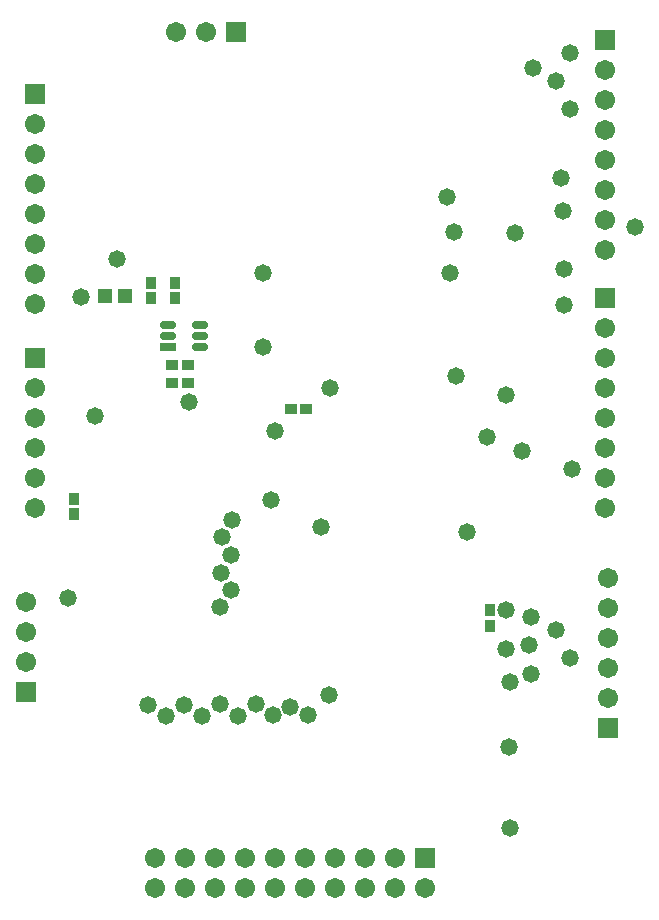
<source format=gbs>
G04 CAM350/DFMSTREAM V11.0 (Build 715) Date:  Thu Jan 31 17:36:41 2019 *
G04 Database: (Untitled) *
G04 Layer 6: pcb1-1 *
%FSTAX43Y43*%
%MOMM*%
%SFA1.000B1.000*%

%MIA0B0*%
%IPPOS*%
%ADD70O,1.40300X0.75300*%
%ADD51R,0.90300X1.10300*%
%ADD53R,1.30300X1.20300*%
%ADD56R,1.10300X0.90300*%
%ADD66R,1.70300X1.70300*%
%ADD67C,1.70300*%
%ADD68C,1.47300*%
%ADD69R,1.40300X0.75300*%
%LNpcb1-1*%
%LPD*%
G54D51*
X0140614Y0141862D03*
Y0140562D03*
X0132079Y0123585D03*
Y0122285D03*
X0138582Y0140562D03*
Y0141862D03*
X0167299Y0112813D03*
Y0114113D03*
G54D53*
X0134684Y0140704D03*
X0136384D03*
G54D56*
X015047Y0131198D03*
X015177D03*
X014173Y0134883D03*
X014043D03*
X014173Y0133359D03*
X014043D03*
G54D66*
X0177043Y0140579D03*
Y0162423D03*
X0128783Y0135499D03*
Y0157851D03*
X0177291Y0104139D03*
X0128015Y0107187D03*
X0145795Y0163067D03*
X0161812Y0093145D03*
G54D67*
X0177043Y0138039D03*
Y0135499D03*
Y0132959D03*
Y0130419D03*
Y0127879D03*
Y0125339D03*
Y0122799D03*
Y0159883D03*
Y0157343D03*
Y0154803D03*
Y0152263D03*
Y0149723D03*
Y0147183D03*
Y0144643D03*
X0128783Y0132959D03*
Y0130419D03*
Y0127879D03*
Y0125339D03*
Y0122799D03*
Y0155311D03*
Y0152771D03*
Y0150231D03*
Y0147691D03*
Y0145151D03*
Y0142611D03*
Y0140071D03*
X0128015Y0109727D03*
Y0112267D03*
Y0114807D03*
X0177291Y0116839D03*
Y0114299D03*
Y0111759D03*
Y0109219D03*
Y0106679D03*
X0140715Y0163067D03*
X0143255D03*
X0161812Y0090605D03*
X0159272Y0093145D03*
Y0090605D03*
X0156732Y0093145D03*
Y0090605D03*
X0154192Y0093145D03*
Y0090605D03*
X0151652Y0093145D03*
Y0090605D03*
X0149112Y0093145D03*
Y0090605D03*
X0146572Y0093145D03*
Y0090605D03*
X0144032Y0093145D03*
Y0090605D03*
X0141492Y0093145D03*
Y0090605D03*
X0138952Y0093145D03*
Y0090605D03*
G54D68*
X0169464Y0146024D03*
X0179564Y0146544D03*
X0135749Y0143849D03*
X0169049Y0095649D03*
X0168924Y0102549D03*
X0153664Y0106919D03*
X0152999Y0121174D03*
X0147499Y0106174D03*
X0144484Y0106204D03*
X0150404Y0105964D03*
X0141409Y0106129D03*
X0138334D03*
X0145429Y0115839D03*
Y0118789D03*
X0145454Y0121789D03*
X0153814Y0132944D03*
X0141864Y0131794D03*
X0133914Y0130594D03*
X0164314Y0146144D03*
X0164414Y0133919D03*
X0169014Y0108069D03*
X0165414Y0120744D03*
X0172889Y0112494D03*
X0174089Y0110094D03*
X0170787Y0113592D03*
X0163689Y0149119D03*
X0163939Y0142694D03*
X0148089D03*
X0148076Y0136407D03*
X0144591Y0120326D03*
X0144515Y0117278D03*
X0144454Y0114364D03*
X0139859Y0105179D03*
X0142959Y0105154D03*
X0145959Y0105129D03*
X0148929Y0105239D03*
X0151954D03*
X0174089Y0156594D03*
X0172889Y0158919D03*
X0173314Y0150719D03*
X0168639Y0132319D03*
X0167039Y0128819D03*
X0174264Y0126069D03*
X0169989Y0127644D03*
X0170654Y0111154D03*
X0168639Y0110869D03*
Y0114119D03*
X0170764Y0108719D03*
X0173614Y0139944D03*
X0173589Y0143044D03*
X0173464Y0147894D03*
X0174114Y0161294D03*
X0170939Y0160069D03*
X0132724Y0140674D03*
X0148799Y0123424D03*
X0149089Y0129339D03*
X0131574Y0115149D03*
G54D69*
X0140064Y0136407D03*
G54D70*
Y0137357D03*
Y0138307D03*
X0142764Y0136407D03*
Y0137357D03*
Y0138307D03*
M02*

</source>
